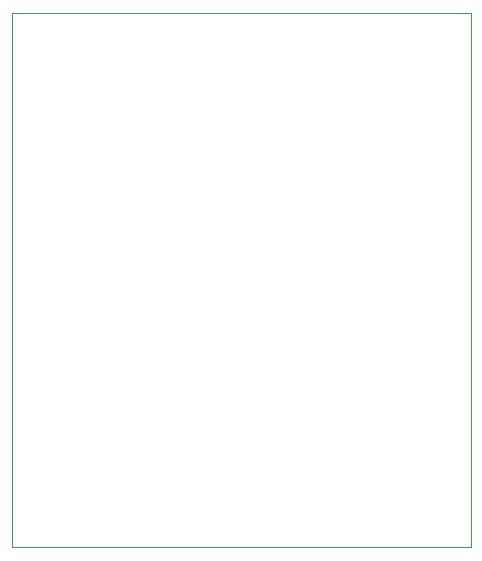
<source format=gbr>
G04 #@! TF.GenerationSoftware,KiCad,Pcbnew,(5.1.4)-1*
G04 #@! TF.CreationDate,2020-02-21T22:56:02-05:00*
G04 #@! TF.ProjectId,gps_2,6770735f-322e-46b6-9963-61645f706362,rev?*
G04 #@! TF.SameCoordinates,Original*
G04 #@! TF.FileFunction,Profile,NP*
%FSLAX46Y46*%
G04 Gerber Fmt 4.6, Leading zero omitted, Abs format (unit mm)*
G04 Created by KiCad (PCBNEW (5.1.4)-1) date 2020-02-21 22:56:02*
%MOMM*%
%LPD*%
G04 APERTURE LIST*
%ADD10C,0.050000*%
G04 APERTURE END LIST*
D10*
X105410000Y-33528000D02*
X66548000Y-33528000D01*
X105410000Y-78740000D02*
X105410000Y-33528000D01*
X66548000Y-78740000D02*
X105410000Y-78740000D01*
X66548000Y-33528000D02*
X66548000Y-78740000D01*
M02*

</source>
